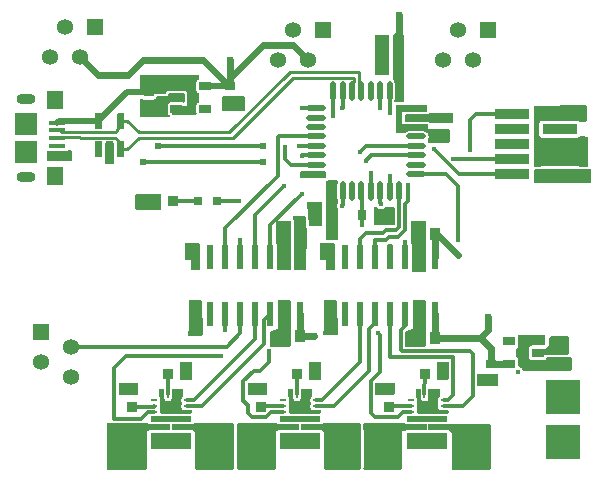
<source format=gtl>
G04 Layer: TopLayer*
G04 EasyEDA v6.5.22, 2022-12-05 22:01:04*
G04 d1a99e3ffb4d45b387634f4a3d5e2a22,8bbad783b4b447a482771b0ae512d992,10*
G04 Gerber Generator version 0.2*
G04 Scale: 100 percent, Rotated: No, Reflected: No *
G04 Dimensions in inches *
G04 leading zeros omitted , absolute positions ,3 integer and 6 decimal *
%FSLAX36Y36*%
%MOIN*%

%AMMACRO1*4,1,4,-0.0049,0.0118,0.0049,0.0118,0.0049,-0.0118,-0.0049,-0.0118,-0.0049,0.0118,0*%
%AMMACRO2*21,1,$1,$2,0,0,$3*%
%AMMACRO3*4,1,4,0.0266,0.0079,0.0266,-0.0079,-0.0266,-0.0079,-0.0266,0.0079,0.0266,0.0079,0*%
%ADD10C,0.0220*%
%ADD11C,0.0120*%
%ADD12C,0.0120*%
%ADD13C,0.0190*%
%ADD14C,0.0240*%
%ADD15C,0.0102*%
%ADD16R,0.1181X0.1181*%
%ADD17R,0.0315X0.0354*%
%ADD18R,0.0236X0.0098*%
%ADD19R,0.1378X0.0197*%
%ADD20R,0.0659X0.0197*%
%ADD21R,0.1378X0.0551*%
%ADD22MACRO1*%
%ADD23R,0.0354X0.0315*%
%ADD24R,0.0374X0.0413*%
%ADD25R,0.1181X0.0354*%
%ADD26R,0.0240X0.0810*%
%ADD27R,0.0315X0.0315*%
%ADD28O,0.017638X0.066299*%
%ADD29O,0.066299X0.017638*%
%ADD30MACRO2,0.034X0.0318X0.0000*%
%ADD31R,0.0340X0.0318*%
%ADD32MACRO2,0.034X0.0318X-90.0000*%
%ADD33MACRO2,0.034X0.0318X90.0000*%
%ADD34R,0.0394X0.0276*%
%ADD35MACRO3*%
%ADD36R,0.0551X0.0630*%
%ADD37R,0.0748X0.0748*%
%ADD38R,0.0535X0.0535*%
%ADD39C,0.0535*%
%ADD40O,0.06299199999999999X0.035433*%
%ADD41C,0.0177*%
%ADD42C,0.0240*%
%ADD43C,0.0109*%

%LPD*%
G36*
X1229940Y-251000D02*
G01*
X1228420Y-250700D01*
X1227140Y-249840D01*
X1226260Y-248580D01*
X1225940Y-247060D01*
X1224060Y-119060D01*
X1224340Y-117520D01*
X1225220Y-116199D01*
X1226520Y-115320D01*
X1228060Y-115000D01*
X1266000Y-115000D01*
X1267540Y-115300D01*
X1268820Y-116180D01*
X1269700Y-117460D01*
X1270000Y-119000D01*
X1270000Y-247000D01*
X1269700Y-248540D01*
X1268820Y-249820D01*
X1267540Y-250700D01*
X1266000Y-251000D01*
G37*

%LPD*%
G36*
X1292160Y-341000D02*
G01*
X1290580Y-340680D01*
X1289259Y-339739D01*
X1288400Y-338380D01*
X1288160Y-336780D01*
X1288580Y-335220D01*
X1289480Y-333420D01*
X1290320Y-330420D01*
X1290620Y-327140D01*
X1290620Y-278840D01*
X1290320Y-275560D01*
X1289480Y-272560D01*
X1288080Y-269780D01*
X1286800Y-268080D01*
X1286200Y-266940D01*
X1286000Y-265680D01*
X1286000Y-115000D01*
X1286300Y-113460D01*
X1287180Y-112180D01*
X1288460Y-111300D01*
X1290000Y-111000D01*
X1314340Y-111000D01*
X1315880Y-111300D01*
X1317180Y-112180D01*
X1318820Y-113820D01*
X1319700Y-115120D01*
X1320000Y-116660D01*
X1320000Y-337000D01*
X1319700Y-338540D01*
X1318820Y-339820D01*
X1317540Y-340700D01*
X1316000Y-341000D01*
G37*

%LPD*%
G36*
X719000Y-370000D02*
G01*
X717460Y-369700D01*
X716180Y-368820D01*
X715300Y-367540D01*
X715000Y-366000D01*
X715000Y-324000D01*
X715300Y-322460D01*
X716180Y-321180D01*
X717460Y-320300D01*
X719000Y-320000D01*
X787000Y-320000D01*
X788540Y-320300D01*
X789820Y-321180D01*
X790699Y-322460D01*
X791000Y-324000D01*
X791000Y-366000D01*
X790699Y-367540D01*
X789820Y-368820D01*
X788540Y-369700D01*
X787000Y-370000D01*
G37*

%LPD*%
G36*
X552080Y-382000D02*
G01*
X550540Y-381700D01*
X549240Y-380820D01*
X548380Y-379540D01*
X548080Y-378000D01*
X548080Y-357320D01*
X548380Y-355760D01*
X549280Y-354460D01*
X550600Y-353600D01*
X552160Y-353320D01*
X589700Y-354060D01*
X590880Y-354000D01*
X592860Y-353519D01*
X594560Y-352620D01*
X596020Y-351340D01*
X597120Y-349739D01*
X597800Y-347920D01*
X598080Y-345760D01*
X598080Y-310120D01*
X598020Y-309140D01*
X597520Y-307140D01*
X596620Y-305440D01*
X595340Y-303980D01*
X593740Y-302880D01*
X591920Y-302200D01*
X589760Y-301940D01*
X536240Y-301940D01*
X534080Y-302200D01*
X532260Y-302880D01*
X530660Y-303980D01*
X529380Y-305440D01*
X528480Y-307140D01*
X528060Y-308880D01*
X527260Y-310460D01*
X525880Y-311540D01*
X524159Y-311940D01*
X444000Y-311940D01*
X442460Y-311620D01*
X441180Y-310760D01*
X440300Y-309460D01*
X440000Y-307940D01*
X440000Y-254000D01*
X440300Y-252460D01*
X441180Y-251180D01*
X442460Y-250300D01*
X444000Y-250000D01*
X635000Y-250000D01*
X636540Y-250300D01*
X637820Y-251180D01*
X638700Y-252460D01*
X639000Y-254000D01*
X639000Y-262040D01*
X638660Y-263640D01*
X637700Y-264980D01*
X636280Y-265820D01*
X634040Y-266580D01*
X632540Y-267520D01*
X631260Y-268800D01*
X630300Y-270320D01*
X629720Y-272020D01*
X629480Y-274040D01*
X629480Y-301160D01*
X629720Y-303160D01*
X630300Y-304860D01*
X631260Y-306400D01*
X632540Y-307660D01*
X634040Y-308620D01*
X636280Y-309380D01*
X637700Y-310200D01*
X638660Y-311540D01*
X639000Y-313160D01*
X639000Y-336840D01*
X638660Y-338459D01*
X637700Y-339799D01*
X636280Y-340620D01*
X634040Y-341380D01*
X632540Y-342340D01*
X631260Y-343600D01*
X630300Y-345140D01*
X629720Y-346840D01*
X629480Y-348840D01*
X629480Y-375959D01*
X629660Y-377560D01*
X629500Y-379219D01*
X628680Y-380660D01*
X627320Y-381659D01*
X625680Y-382000D01*
G37*

%LPD*%
G36*
X444000Y-390000D02*
G01*
X442460Y-389700D01*
X441180Y-388820D01*
X440300Y-387540D01*
X440000Y-386000D01*
X440000Y-331880D01*
X440300Y-330340D01*
X441180Y-329040D01*
X442460Y-328180D01*
X444000Y-327879D01*
X445540Y-328180D01*
X447260Y-329480D01*
X448800Y-330439D01*
X450500Y-331040D01*
X452500Y-331260D01*
X487500Y-331260D01*
X489500Y-331040D01*
X491200Y-330439D01*
X492740Y-329480D01*
X494000Y-328200D01*
X494960Y-326680D01*
X495560Y-324980D01*
X495720Y-323560D01*
X496140Y-322160D01*
X497040Y-321019D01*
X498260Y-320260D01*
X499700Y-320000D01*
X535600Y-320000D01*
X536000Y-319600D01*
X536000Y-314000D01*
X536300Y-312460D01*
X537180Y-311180D01*
X538460Y-310300D01*
X540000Y-310000D01*
X586000Y-310000D01*
X587540Y-310300D01*
X588820Y-311180D01*
X589700Y-312460D01*
X590000Y-314000D01*
X590000Y-337160D01*
X589720Y-338660D01*
X588900Y-339920D01*
X587660Y-340800D01*
X586180Y-341160D01*
X584220Y-340780D01*
X582220Y-340560D01*
X543300Y-340560D01*
X541280Y-340780D01*
X539580Y-341380D01*
X538060Y-342340D01*
X536780Y-343600D01*
X535820Y-345140D01*
X535220Y-346840D01*
X535000Y-348840D01*
X535000Y-375959D01*
X535220Y-377980D01*
X535820Y-379680D01*
X536780Y-381200D01*
X538560Y-382920D01*
X539560Y-384180D01*
X540000Y-385760D01*
X539760Y-387360D01*
X538920Y-388740D01*
X537580Y-389680D01*
X536000Y-390000D01*
G37*

%LPD*%
G36*
X1411040Y-411000D02*
G01*
X1409500Y-410700D01*
X1408200Y-409820D01*
X1405440Y-407060D01*
X1403740Y-405880D01*
X1401920Y-405200D01*
X1399760Y-404940D01*
X1328000Y-404940D01*
X1326459Y-404620D01*
X1325180Y-403760D01*
X1324300Y-402460D01*
X1324000Y-400940D01*
X1324000Y-385080D01*
X1324300Y-383540D01*
X1325180Y-382239D01*
X1326459Y-381380D01*
X1328000Y-381079D01*
X1397880Y-381079D01*
X1398860Y-381019D01*
X1400860Y-380520D01*
X1402560Y-379620D01*
X1404019Y-378340D01*
X1405120Y-376719D01*
X1406020Y-375800D01*
X1407160Y-375200D01*
X1408420Y-375000D01*
X1480000Y-375000D01*
X1481540Y-375300D01*
X1482820Y-376180D01*
X1483700Y-377460D01*
X1484000Y-379000D01*
X1484000Y-405340D01*
X1483700Y-406880D01*
X1482820Y-408180D01*
X1481180Y-409820D01*
X1479880Y-410700D01*
X1478340Y-411000D01*
G37*

%LPD*%
G36*
X1404000Y-475000D02*
G01*
X1402460Y-474700D01*
X1401180Y-473820D01*
X1400300Y-472540D01*
X1400000Y-471000D01*
X1400000Y-465240D01*
X1400160Y-464140D01*
X1400600Y-463140D01*
X1401440Y-461780D01*
X1402560Y-458860D01*
X1403140Y-455800D01*
X1403140Y-452700D01*
X1402560Y-449640D01*
X1401440Y-446740D01*
X1400600Y-445379D01*
X1400160Y-444360D01*
X1400000Y-443260D01*
X1399940Y-441100D01*
X1399259Y-441240D01*
X1397560Y-441220D01*
X1396020Y-440520D01*
X1395220Y-439900D01*
X1392440Y-438519D01*
X1389440Y-437660D01*
X1386160Y-437360D01*
X1337860Y-437360D01*
X1334580Y-437660D01*
X1331579Y-438519D01*
X1328820Y-439900D01*
X1325880Y-442160D01*
X1324720Y-442780D01*
X1323440Y-443000D01*
X1298000Y-443000D01*
X1296459Y-442700D01*
X1295180Y-441820D01*
X1294300Y-440540D01*
X1294000Y-439000D01*
X1294000Y-353000D01*
X1294300Y-351460D01*
X1295180Y-350180D01*
X1296459Y-349300D01*
X1298000Y-349000D01*
X1394000Y-349000D01*
X1395540Y-349300D01*
X1396819Y-350180D01*
X1397700Y-351460D01*
X1398000Y-353000D01*
X1398000Y-369000D01*
X1397700Y-370540D01*
X1396819Y-371820D01*
X1395540Y-372700D01*
X1394000Y-373000D01*
X1316399Y-373000D01*
X1315720Y-373280D01*
X1314079Y-375040D01*
X1314000Y-375400D01*
X1314000Y-414600D01*
X1314280Y-414720D01*
X1314820Y-414180D01*
X1316120Y-413300D01*
X1317660Y-413000D01*
X1398000Y-413000D01*
X1399540Y-413300D01*
X1400820Y-414180D01*
X1401699Y-415460D01*
X1402000Y-417000D01*
X1402000Y-428600D01*
X1402400Y-429000D01*
X1470000Y-429000D01*
X1471540Y-429300D01*
X1472820Y-430180D01*
X1473700Y-431460D01*
X1474000Y-433000D01*
X1474000Y-471000D01*
X1473700Y-472540D01*
X1472820Y-473820D01*
X1471540Y-474700D01*
X1470000Y-475000D01*
G37*

%LPD*%
G36*
X134000Y-535000D02*
G01*
X132460Y-534700D01*
X131180Y-533820D01*
X130300Y-532540D01*
X130000Y-531000D01*
X130000Y-506760D01*
X130280Y-505260D01*
X131100Y-503980D01*
X132340Y-503100D01*
X133820Y-502760D01*
X135320Y-502980D01*
X136480Y-503380D01*
X138960Y-503660D01*
X191660Y-503660D01*
X194160Y-503380D01*
X196300Y-502620D01*
X199780Y-500300D01*
X201300Y-500000D01*
X211000Y-500000D01*
X212540Y-500300D01*
X213820Y-501180D01*
X214700Y-502460D01*
X215000Y-504000D01*
X215000Y-531000D01*
X214700Y-532540D01*
X213820Y-533820D01*
X212540Y-534700D01*
X211000Y-535000D01*
G37*

%LPD*%
G36*
X329000Y-545000D02*
G01*
X327460Y-544700D01*
X326180Y-543820D01*
X325300Y-542540D01*
X325000Y-541000D01*
X325000Y-478420D01*
X325300Y-476880D01*
X326180Y-475580D01*
X327460Y-474720D01*
X329000Y-474420D01*
X351000Y-474420D01*
X352540Y-474720D01*
X353820Y-475580D01*
X354700Y-476880D01*
X355000Y-478420D01*
X355000Y-541000D01*
X354700Y-542540D01*
X353820Y-543820D01*
X352540Y-544700D01*
X351000Y-545000D01*
G37*

%LPD*%
G36*
X1757800Y-555660D02*
G01*
X1756260Y-555340D01*
X1754980Y-554480D01*
X1754100Y-553180D01*
X1753800Y-551660D01*
X1753800Y-355620D01*
X1754100Y-354099D01*
X1754960Y-352800D01*
X1756240Y-351940D01*
X1757760Y-351620D01*
X1925960Y-350040D01*
X1927500Y-350340D01*
X1928820Y-351200D01*
X1929700Y-352500D01*
X1930000Y-354040D01*
X1930000Y-401019D01*
X1929700Y-402540D01*
X1928839Y-403840D01*
X1927540Y-404700D01*
X1926020Y-405020D01*
X1907900Y-405100D01*
X1906800Y-404940D01*
X1905760Y-404480D01*
X1903580Y-403120D01*
X1901440Y-402360D01*
X1898959Y-402080D01*
X1781279Y-402080D01*
X1778800Y-402360D01*
X1776660Y-403120D01*
X1774720Y-404320D01*
X1773120Y-405940D01*
X1771900Y-407860D01*
X1771140Y-410020D01*
X1770860Y-412500D01*
X1770860Y-447500D01*
X1771140Y-449980D01*
X1771900Y-452140D01*
X1773120Y-454060D01*
X1774720Y-455680D01*
X1776660Y-456880D01*
X1778800Y-457640D01*
X1781279Y-457920D01*
X1898959Y-457920D01*
X1901440Y-457640D01*
X1903580Y-456880D01*
X1905520Y-455680D01*
X1906360Y-454820D01*
X1907660Y-453960D01*
X1909199Y-453660D01*
X1917960Y-453660D01*
X1931320Y-454720D01*
X1932740Y-455100D01*
X1933940Y-455980D01*
X1934720Y-457239D01*
X1935000Y-458700D01*
X1935000Y-551160D01*
X1934720Y-552660D01*
X1933880Y-553940D01*
X1932640Y-554820D01*
X1931180Y-555160D01*
X1919720Y-555660D01*
X1908500Y-555660D01*
X1906960Y-555340D01*
X1905520Y-554320D01*
X1903580Y-553120D01*
X1901440Y-552360D01*
X1898959Y-552080D01*
X1781279Y-552080D01*
X1778800Y-552360D01*
X1776660Y-553120D01*
X1773280Y-555340D01*
X1771740Y-555660D01*
G37*

%LPD*%
G36*
X978000Y-594000D02*
G01*
X976460Y-593700D01*
X975180Y-592820D01*
X974300Y-591540D01*
X974000Y-590000D01*
X974000Y-574000D01*
X974300Y-572460D01*
X975180Y-571180D01*
X976460Y-570300D01*
X978000Y-570000D01*
X1056000Y-570000D01*
X1057540Y-570300D01*
X1058820Y-571180D01*
X1059700Y-572460D01*
X1060000Y-574000D01*
X1060000Y-590000D01*
X1059700Y-591540D01*
X1058820Y-592820D01*
X1057540Y-593700D01*
X1056000Y-594000D01*
G37*

%LPD*%
G36*
X1759000Y-610000D02*
G01*
X1757460Y-609700D01*
X1756180Y-608820D01*
X1755300Y-607540D01*
X1755000Y-606000D01*
X1755000Y-567720D01*
X1755300Y-566200D01*
X1756180Y-564900D01*
X1757460Y-564020D01*
X1759000Y-563720D01*
X1919720Y-563720D01*
X1935260Y-563060D01*
X1937860Y-562520D01*
X1939139Y-561840D01*
X1940720Y-561400D01*
X1942320Y-561600D01*
X1943720Y-562460D01*
X1944660Y-563780D01*
X1945000Y-565380D01*
X1945000Y-606000D01*
X1944700Y-607540D01*
X1943820Y-608820D01*
X1942540Y-609700D01*
X1941000Y-610000D01*
G37*

%LPD*%
G36*
X431659Y-699000D02*
G01*
X430120Y-698700D01*
X428820Y-697820D01*
X427180Y-696180D01*
X426300Y-694880D01*
X426000Y-693340D01*
X426000Y-649000D01*
X426300Y-647460D01*
X427180Y-646180D01*
X428459Y-645300D01*
X430000Y-645000D01*
X506000Y-645000D01*
X507540Y-645300D01*
X508820Y-646180D01*
X509700Y-647460D01*
X510000Y-649000D01*
X510000Y-695000D01*
X509700Y-696540D01*
X508820Y-697820D01*
X507540Y-698700D01*
X506000Y-699000D01*
G37*

%LPD*%
G36*
X1225660Y-750000D02*
G01*
X1224120Y-749700D01*
X1222820Y-748820D01*
X1221180Y-747180D01*
X1220300Y-745879D01*
X1220000Y-744340D01*
X1220000Y-694000D01*
X1220300Y-692460D01*
X1221180Y-691180D01*
X1222460Y-690300D01*
X1224000Y-690000D01*
X1229560Y-690000D01*
X1231140Y-690320D01*
X1232460Y-691240D01*
X1233920Y-692780D01*
X1236540Y-694640D01*
X1239460Y-695980D01*
X1242600Y-696740D01*
X1245800Y-696900D01*
X1248980Y-696440D01*
X1252020Y-695380D01*
X1254800Y-693780D01*
X1258220Y-690699D01*
X1259300Y-690180D01*
X1260500Y-690000D01*
X1287120Y-690000D01*
X1288660Y-690300D01*
X1289960Y-691180D01*
X1290820Y-692460D01*
X1291120Y-694000D01*
X1291120Y-746000D01*
X1290820Y-747540D01*
X1289960Y-748820D01*
X1288660Y-749700D01*
X1287120Y-750000D01*
G37*

%LPD*%
G36*
X1007120Y-754320D02*
G01*
X1005660Y-754040D01*
X1004400Y-753240D01*
X1003520Y-752060D01*
X1003139Y-750620D01*
X997720Y-676620D01*
X997940Y-675000D01*
X998780Y-673600D01*
X1000120Y-672660D01*
X1001720Y-672320D01*
X1043400Y-672320D01*
X1044940Y-672620D01*
X1046240Y-673500D01*
X1047099Y-674780D01*
X1047400Y-676320D01*
X1047400Y-750320D01*
X1047099Y-751860D01*
X1046240Y-753139D01*
X1044940Y-754020D01*
X1043400Y-754320D01*
G37*

%LPD*%
G36*
X1066660Y-800000D02*
G01*
X1065120Y-799700D01*
X1063820Y-798820D01*
X1061180Y-796180D01*
X1060300Y-794880D01*
X1060000Y-793340D01*
X1060000Y-607360D01*
X1060360Y-605700D01*
X1061360Y-604360D01*
X1064560Y-602620D01*
X1066380Y-601000D01*
X1067620Y-600260D01*
X1069040Y-600000D01*
X1096000Y-600000D01*
X1097540Y-600300D01*
X1098820Y-601180D01*
X1099700Y-602460D01*
X1100000Y-604000D01*
X1100000Y-607880D01*
X1099680Y-609580D01*
X1099380Y-612860D01*
X1099380Y-661160D01*
X1099680Y-664440D01*
X1100000Y-666140D01*
X1100000Y-676400D01*
X1099720Y-677900D01*
X1098780Y-680240D01*
X1098160Y-683400D01*
X1098160Y-686600D01*
X1098780Y-689760D01*
X1099720Y-692099D01*
X1100000Y-693600D01*
X1100000Y-796000D01*
X1099700Y-797540D01*
X1098820Y-798820D01*
X1097540Y-799700D01*
X1096000Y-800000D01*
G37*

%LPD*%
G36*
X1064000Y-900000D02*
G01*
X1062460Y-899700D01*
X1061180Y-898820D01*
X1060300Y-897540D01*
X1060000Y-896000D01*
X1060000Y-865400D01*
X1059600Y-865000D01*
X1044000Y-865000D01*
X1042460Y-864700D01*
X1041180Y-863820D01*
X1040300Y-862540D01*
X1040000Y-861000D01*
X1040000Y-814000D01*
X1040300Y-812460D01*
X1041180Y-811180D01*
X1042460Y-810300D01*
X1044000Y-810000D01*
X1086000Y-810000D01*
X1087540Y-810300D01*
X1088820Y-811180D01*
X1089700Y-812460D01*
X1090000Y-814000D01*
X1090000Y-896000D01*
X1089700Y-897540D01*
X1088820Y-898820D01*
X1087540Y-899700D01*
X1086000Y-900000D01*
G37*

%LPD*%
G36*
X901200Y-900000D02*
G01*
X899659Y-899700D01*
X898379Y-898820D01*
X897500Y-897540D01*
X897200Y-896000D01*
X897200Y-815220D01*
X896919Y-812740D01*
X896160Y-810580D01*
X895160Y-808680D01*
X895000Y-807580D01*
X895000Y-739000D01*
X895300Y-737460D01*
X896180Y-736180D01*
X897460Y-735300D01*
X899000Y-735000D01*
X941000Y-735000D01*
X942540Y-735300D01*
X943820Y-736180D01*
X944700Y-737480D01*
X945000Y-739000D01*
X945000Y-756180D01*
X944640Y-759560D01*
X944640Y-800440D01*
X945000Y-803840D01*
X945000Y-896000D01*
X944700Y-897540D01*
X943820Y-898820D01*
X942540Y-899700D01*
X941000Y-900000D01*
G37*

%LPD*%
G36*
X614000Y-900000D02*
G01*
X612460Y-899700D01*
X611180Y-898820D01*
X610300Y-897540D01*
X610000Y-896000D01*
X610000Y-865400D01*
X609600Y-865000D01*
X594000Y-865000D01*
X592460Y-864700D01*
X591180Y-863820D01*
X590300Y-862540D01*
X590000Y-861000D01*
X590000Y-814000D01*
X590300Y-812460D01*
X591180Y-811180D01*
X592460Y-810300D01*
X594000Y-810000D01*
X636000Y-810000D01*
X637540Y-810300D01*
X638820Y-811180D01*
X639700Y-812460D01*
X640000Y-814000D01*
X640000Y-896000D01*
X639700Y-897540D01*
X638820Y-898820D01*
X637540Y-899700D01*
X636000Y-900000D01*
G37*

%LPD*%
G36*
X957080Y-900000D02*
G01*
X955540Y-899700D01*
X954240Y-898820D01*
X953379Y-897540D01*
X953080Y-896000D01*
X953080Y-735120D01*
X953020Y-734140D01*
X952520Y-732140D01*
X951620Y-730440D01*
X951000Y-729740D01*
X950260Y-728500D01*
X950000Y-727080D01*
X950000Y-724000D01*
X950300Y-722460D01*
X951180Y-721180D01*
X952460Y-720300D01*
X954000Y-720000D01*
X989080Y-720000D01*
X990560Y-720280D01*
X991820Y-721080D01*
X992700Y-722260D01*
X993080Y-723700D01*
X995380Y-755100D01*
X995900Y-757180D01*
X996800Y-758880D01*
X997800Y-760040D01*
X998580Y-761320D01*
X998820Y-762800D01*
X995100Y-896120D01*
X994780Y-897600D01*
X993900Y-898860D01*
X992620Y-899700D01*
X991100Y-900000D01*
G37*

%LPD*%
G36*
X1350200Y-905000D02*
G01*
X1348720Y-904720D01*
X1347440Y-903900D01*
X1346560Y-902660D01*
X1346200Y-901180D01*
X1346420Y-899680D01*
X1346920Y-898259D01*
X1347200Y-895780D01*
X1347200Y-815220D01*
X1346920Y-812740D01*
X1346160Y-810580D01*
X1345160Y-808680D01*
X1345000Y-807580D01*
X1345000Y-739000D01*
X1345300Y-737460D01*
X1346180Y-736180D01*
X1347460Y-735300D01*
X1349000Y-735000D01*
X1391000Y-735000D01*
X1392540Y-735300D01*
X1393820Y-736180D01*
X1394700Y-737480D01*
X1395000Y-739000D01*
X1395000Y-756180D01*
X1394640Y-759560D01*
X1394640Y-800440D01*
X1395000Y-803840D01*
X1395000Y-901000D01*
X1394700Y-902540D01*
X1393820Y-903820D01*
X1392540Y-904700D01*
X1391000Y-905000D01*
G37*

%LPD*%
G36*
X1054000Y-1117760D02*
G01*
X1052460Y-1117460D01*
X1051180Y-1116600D01*
X1050300Y-1115300D01*
X1050000Y-1113760D01*
X1050060Y-1112440D01*
X1053000Y-1094840D01*
X1053000Y-1004000D01*
X1053300Y-1002480D01*
X1054180Y-1001180D01*
X1055460Y-1000320D01*
X1057000Y-1000000D01*
X1094060Y-1000000D01*
X1095580Y-1000300D01*
X1096880Y-1001160D01*
X1097740Y-1002440D01*
X1098060Y-1003940D01*
X1099940Y-1113700D01*
X1099640Y-1115240D01*
X1098780Y-1116560D01*
X1097480Y-1117460D01*
X1095940Y-1117760D01*
G37*

%LPD*%
G36*
X604000Y-1118260D02*
G01*
X602460Y-1117960D01*
X601180Y-1117100D01*
X600300Y-1115800D01*
X600000Y-1114260D01*
X600060Y-1112940D01*
X603000Y-1095340D01*
X603000Y-1004500D01*
X603300Y-1002980D01*
X604180Y-1001680D01*
X605460Y-1000819D01*
X607000Y-1000500D01*
X644060Y-1000500D01*
X645580Y-1000800D01*
X646880Y-1001660D01*
X647740Y-1002940D01*
X648060Y-1004440D01*
X649940Y-1114200D01*
X649640Y-1115740D01*
X648780Y-1117060D01*
X647480Y-1117960D01*
X645939Y-1118260D01*
G37*

%LPD*%
G36*
X1329000Y-1155000D02*
G01*
X1327460Y-1154700D01*
X1326180Y-1153820D01*
X1325300Y-1152540D01*
X1325000Y-1151000D01*
X1325000Y-1107700D01*
X1325320Y-1106160D01*
X1326200Y-1104860D01*
X1327520Y-1104000D01*
X1349660Y-1095140D01*
X1350000Y-1094600D01*
X1350000Y-1004000D01*
X1350300Y-1002460D01*
X1351180Y-1001180D01*
X1352460Y-1000300D01*
X1354000Y-1000000D01*
X1391000Y-1000000D01*
X1392540Y-1000300D01*
X1393820Y-1001180D01*
X1394700Y-1002460D01*
X1395000Y-1004000D01*
X1395000Y-1148340D01*
X1394700Y-1149880D01*
X1393820Y-1151180D01*
X1391180Y-1153820D01*
X1389880Y-1154700D01*
X1388340Y-1155000D01*
G37*

%LPD*%
G36*
X879000Y-1155000D02*
G01*
X877460Y-1154700D01*
X876180Y-1153820D01*
X875300Y-1152540D01*
X875000Y-1151000D01*
X875000Y-1107700D01*
X875320Y-1106160D01*
X876200Y-1104860D01*
X877520Y-1104000D01*
X899659Y-1095140D01*
X900000Y-1094600D01*
X900000Y-1004000D01*
X900300Y-1002460D01*
X901180Y-1001180D01*
X902460Y-1000300D01*
X904000Y-1000000D01*
X941000Y-1000000D01*
X942540Y-1000300D01*
X943820Y-1001180D01*
X944700Y-1002460D01*
X945000Y-1004000D01*
X945000Y-1148340D01*
X944700Y-1149880D01*
X943820Y-1151180D01*
X941180Y-1153820D01*
X939880Y-1154700D01*
X938340Y-1155000D01*
G37*

%LPD*%
G36*
X1752080Y-1181940D02*
G01*
X1750540Y-1181620D01*
X1749240Y-1180760D01*
X1748380Y-1179460D01*
X1748080Y-1177940D01*
X1748080Y-1167080D01*
X1748380Y-1165540D01*
X1749240Y-1164240D01*
X1750540Y-1163380D01*
X1752080Y-1163080D01*
X1789880Y-1163080D01*
X1790860Y-1163020D01*
X1792860Y-1162520D01*
X1794560Y-1161620D01*
X1796020Y-1160340D01*
X1797120Y-1158740D01*
X1797840Y-1156820D01*
X1798700Y-1155460D01*
X1800020Y-1154560D01*
X1801579Y-1154240D01*
X1805100Y-1154240D01*
X1805500Y-1153840D01*
X1805500Y-1134860D01*
X1805680Y-1133660D01*
X1809120Y-1122800D01*
X1809940Y-1121340D01*
X1811300Y-1120340D01*
X1812920Y-1120000D01*
X1866040Y-1120000D01*
X1867560Y-1120300D01*
X1868839Y-1121160D01*
X1869720Y-1122440D01*
X1870040Y-1123960D01*
X1870440Y-1177900D01*
X1870140Y-1179440D01*
X1869280Y-1180740D01*
X1867980Y-1181620D01*
X1866440Y-1181940D01*
G37*

%LPD*%
G36*
X1721160Y-1235000D02*
G01*
X1719720Y-1234720D01*
X1718480Y-1233960D01*
X1717580Y-1232780D01*
X1716180Y-1229980D01*
X1714079Y-1227180D01*
X1711480Y-1224800D01*
X1708480Y-1222960D01*
X1705200Y-1221680D01*
X1703860Y-1220820D01*
X1702960Y-1219520D01*
X1702640Y-1217960D01*
X1702640Y-1198840D01*
X1702360Y-1196360D01*
X1701620Y-1194200D01*
X1700400Y-1192280D01*
X1698779Y-1190660D01*
X1696879Y-1189460D01*
X1695880Y-1188560D01*
X1695220Y-1187400D01*
X1695000Y-1186080D01*
X1695000Y-1163920D01*
X1695220Y-1162600D01*
X1695880Y-1161440D01*
X1696879Y-1160540D01*
X1698779Y-1159340D01*
X1700400Y-1157720D01*
X1701620Y-1155800D01*
X1702360Y-1153640D01*
X1702640Y-1151160D01*
X1702640Y-1124040D01*
X1702360Y-1121560D01*
X1701940Y-1120320D01*
X1701720Y-1118820D01*
X1702060Y-1117340D01*
X1702940Y-1116100D01*
X1704220Y-1115280D01*
X1705700Y-1115000D01*
X1786000Y-1115000D01*
X1787540Y-1115300D01*
X1788820Y-1116180D01*
X1789700Y-1117460D01*
X1790000Y-1119000D01*
X1790000Y-1147020D01*
X1789700Y-1148560D01*
X1788820Y-1149840D01*
X1787540Y-1150720D01*
X1786000Y-1151020D01*
X1747780Y-1151020D01*
X1745300Y-1151300D01*
X1743140Y-1152060D01*
X1741220Y-1153260D01*
X1739600Y-1154880D01*
X1738400Y-1156800D01*
X1737640Y-1158960D01*
X1737360Y-1161440D01*
X1737360Y-1188560D01*
X1737640Y-1191040D01*
X1738400Y-1193200D01*
X1739600Y-1195120D01*
X1741220Y-1196740D01*
X1743140Y-1197940D01*
X1745300Y-1198700D01*
X1747780Y-1198980D01*
X1786699Y-1198980D01*
X1789199Y-1198700D01*
X1791339Y-1197940D01*
X1793280Y-1196740D01*
X1794880Y-1195120D01*
X1796100Y-1193200D01*
X1797120Y-1191280D01*
X1798460Y-1190340D01*
X1800060Y-1190000D01*
X1876000Y-1190000D01*
X1877540Y-1190300D01*
X1878820Y-1191180D01*
X1879700Y-1192460D01*
X1880000Y-1194000D01*
X1880000Y-1231000D01*
X1879700Y-1232540D01*
X1878820Y-1233820D01*
X1877540Y-1234700D01*
X1876000Y-1235000D01*
G37*

%LPD*%
G36*
X579000Y-1265000D02*
G01*
X577460Y-1264700D01*
X576180Y-1263820D01*
X575300Y-1262540D01*
X575000Y-1261000D01*
X575000Y-1209000D01*
X575300Y-1207460D01*
X576180Y-1206180D01*
X577460Y-1205300D01*
X579000Y-1205000D01*
X611000Y-1205000D01*
X612540Y-1205300D01*
X613820Y-1206180D01*
X614700Y-1207460D01*
X615000Y-1209000D01*
X615000Y-1261000D01*
X614700Y-1262540D01*
X613820Y-1263820D01*
X612540Y-1264700D01*
X611000Y-1265000D01*
G37*

%LPD*%
G36*
X1009000Y-1265000D02*
G01*
X1007460Y-1264700D01*
X1006180Y-1263820D01*
X1005300Y-1262540D01*
X1005000Y-1261000D01*
X1005000Y-1209000D01*
X1005300Y-1207460D01*
X1006180Y-1206180D01*
X1007460Y-1205300D01*
X1009000Y-1205000D01*
X1041000Y-1205000D01*
X1042540Y-1205300D01*
X1043820Y-1206180D01*
X1044700Y-1207460D01*
X1045000Y-1209000D01*
X1045000Y-1261000D01*
X1044700Y-1262540D01*
X1043820Y-1263820D01*
X1042540Y-1264700D01*
X1041000Y-1265000D01*
G37*

%LPD*%
G36*
X1434000Y-1265000D02*
G01*
X1432460Y-1264700D01*
X1431180Y-1263820D01*
X1430300Y-1262540D01*
X1430000Y-1261000D01*
X1430000Y-1209000D01*
X1430300Y-1207460D01*
X1431180Y-1206180D01*
X1432460Y-1205300D01*
X1434000Y-1205000D01*
X1466000Y-1205000D01*
X1467540Y-1205300D01*
X1468820Y-1206180D01*
X1469700Y-1207460D01*
X1470000Y-1209000D01*
X1470000Y-1261000D01*
X1469700Y-1262540D01*
X1468820Y-1263820D01*
X1467540Y-1264700D01*
X1466000Y-1265000D01*
G37*

%LPD*%
G36*
X1569000Y-1285000D02*
G01*
X1567460Y-1284700D01*
X1566180Y-1283820D01*
X1565300Y-1282540D01*
X1565000Y-1281000D01*
X1565000Y-1249000D01*
X1565300Y-1247460D01*
X1566180Y-1246180D01*
X1567460Y-1245300D01*
X1569000Y-1245000D01*
X1631000Y-1245000D01*
X1632540Y-1245300D01*
X1633820Y-1246180D01*
X1634700Y-1247460D01*
X1635000Y-1249000D01*
X1635000Y-1281000D01*
X1634700Y-1282540D01*
X1633820Y-1283820D01*
X1632540Y-1284700D01*
X1631000Y-1285000D01*
G37*

%LPD*%
G36*
X374000Y-1315000D02*
G01*
X372460Y-1314700D01*
X371180Y-1313820D01*
X370300Y-1312540D01*
X370000Y-1311000D01*
X370000Y-1279000D01*
X370300Y-1277460D01*
X371180Y-1276180D01*
X372460Y-1275300D01*
X374000Y-1275000D01*
X431000Y-1275000D01*
X432540Y-1275300D01*
X433820Y-1276180D01*
X434700Y-1277460D01*
X435000Y-1279000D01*
X435000Y-1311000D01*
X434700Y-1312540D01*
X433820Y-1313820D01*
X432540Y-1314700D01*
X431000Y-1315000D01*
G37*

%LPD*%
G36*
X804000Y-1315000D02*
G01*
X802460Y-1314700D01*
X801180Y-1313820D01*
X800300Y-1312540D01*
X800000Y-1311000D01*
X800000Y-1279000D01*
X800300Y-1277460D01*
X801180Y-1276180D01*
X802460Y-1275300D01*
X804000Y-1275000D01*
X861000Y-1275000D01*
X862540Y-1275300D01*
X863820Y-1276180D01*
X864700Y-1277460D01*
X865000Y-1279000D01*
X865000Y-1311000D01*
X864700Y-1312540D01*
X863820Y-1313820D01*
X862540Y-1314700D01*
X861000Y-1315000D01*
G37*

%LPD*%
G36*
X1229000Y-1315000D02*
G01*
X1227460Y-1314700D01*
X1226180Y-1313820D01*
X1225300Y-1312540D01*
X1225000Y-1311000D01*
X1225000Y-1279000D01*
X1225300Y-1277460D01*
X1226180Y-1276180D01*
X1227460Y-1275300D01*
X1229000Y-1275000D01*
X1286000Y-1275000D01*
X1287540Y-1275300D01*
X1288820Y-1276180D01*
X1289700Y-1277460D01*
X1290000Y-1279000D01*
X1290000Y-1311000D01*
X1289700Y-1312540D01*
X1288820Y-1313820D01*
X1287540Y-1314700D01*
X1286000Y-1315000D01*
G37*

%LPD*%
G36*
X512960Y-1377800D02*
G01*
X511440Y-1377500D01*
X510140Y-1376639D01*
X509260Y-1375340D01*
X508960Y-1373800D01*
X508960Y-1368380D01*
X508740Y-1366360D01*
X508100Y-1364560D01*
X507879Y-1363240D01*
X508100Y-1361920D01*
X508740Y-1360100D01*
X508960Y-1358080D01*
X508960Y-1348700D01*
X508740Y-1346680D01*
X508100Y-1344880D01*
X507879Y-1343540D01*
X508100Y-1342220D01*
X508740Y-1340420D01*
X508960Y-1338400D01*
X508960Y-1329000D01*
X508740Y-1327000D01*
X508140Y-1325300D01*
X507180Y-1323760D01*
X506180Y-1322760D01*
X505300Y-1321459D01*
X505000Y-1319920D01*
X505000Y-1299000D01*
X505300Y-1297460D01*
X506180Y-1296180D01*
X507460Y-1295300D01*
X509000Y-1295000D01*
X517620Y-1295000D01*
X519260Y-1295340D01*
X520600Y-1296339D01*
X521440Y-1297780D01*
X521599Y-1299440D01*
X521380Y-1301440D01*
X521380Y-1324620D01*
X521599Y-1326639D01*
X522200Y-1328340D01*
X523160Y-1329860D01*
X523820Y-1330540D01*
X524700Y-1331840D01*
X525000Y-1333380D01*
X525060Y-1334940D01*
X525400Y-1335000D01*
X544600Y-1335000D01*
X545000Y-1334600D01*
X545000Y-1331940D01*
X545160Y-1330820D01*
X545620Y-1329800D01*
X546540Y-1328340D01*
X547120Y-1326639D01*
X547360Y-1324620D01*
X547360Y-1301440D01*
X547120Y-1299440D01*
X547300Y-1297780D01*
X548120Y-1296339D01*
X549460Y-1295340D01*
X551100Y-1295000D01*
X581000Y-1295000D01*
X582540Y-1295300D01*
X583820Y-1296180D01*
X584700Y-1297460D01*
X585000Y-1299000D01*
X585000Y-1318720D01*
X584780Y-1320040D01*
X584120Y-1321200D01*
X582500Y-1322500D01*
X581220Y-1323760D01*
X580260Y-1325300D01*
X579660Y-1327000D01*
X579440Y-1329000D01*
X579440Y-1338400D01*
X579660Y-1340420D01*
X580300Y-1342220D01*
X580520Y-1343540D01*
X580300Y-1344880D01*
X579660Y-1346680D01*
X579440Y-1348700D01*
X579440Y-1358080D01*
X579660Y-1360100D01*
X580260Y-1361800D01*
X581220Y-1363320D01*
X582500Y-1364600D01*
X584020Y-1365560D01*
X585720Y-1366160D01*
X587740Y-1366380D01*
X611000Y-1366380D01*
X612540Y-1366680D01*
X613820Y-1367560D01*
X614700Y-1368860D01*
X615000Y-1370380D01*
X615000Y-1373800D01*
X614700Y-1375340D01*
X613820Y-1376639D01*
X612540Y-1377500D01*
X611000Y-1377800D01*
G37*

%LPD*%
G36*
X942960Y-1377800D02*
G01*
X941420Y-1377500D01*
X940140Y-1376620D01*
X939260Y-1375320D01*
X938960Y-1373800D01*
X938960Y-1368380D01*
X938740Y-1366360D01*
X938100Y-1364540D01*
X937880Y-1363220D01*
X938100Y-1361900D01*
X938740Y-1360100D01*
X938960Y-1358080D01*
X938960Y-1348700D01*
X938740Y-1346680D01*
X938100Y-1344860D01*
X937880Y-1343540D01*
X938100Y-1342220D01*
X938740Y-1340400D01*
X938960Y-1338400D01*
X938960Y-1329000D01*
X938740Y-1326980D01*
X938139Y-1325280D01*
X937180Y-1323760D01*
X936180Y-1322760D01*
X935300Y-1321459D01*
X935000Y-1319920D01*
X935000Y-1299000D01*
X935300Y-1297460D01*
X936180Y-1296180D01*
X937460Y-1295300D01*
X939000Y-1295000D01*
X947620Y-1295000D01*
X949260Y-1295340D01*
X950600Y-1296339D01*
X951440Y-1297780D01*
X951600Y-1299440D01*
X951360Y-1301440D01*
X951360Y-1324620D01*
X951600Y-1326639D01*
X952200Y-1328340D01*
X953160Y-1329860D01*
X953820Y-1330540D01*
X954700Y-1331840D01*
X955000Y-1333380D01*
X955060Y-1334940D01*
X955400Y-1335000D01*
X974599Y-1335000D01*
X975000Y-1334600D01*
X975000Y-1331920D01*
X975160Y-1330820D01*
X975620Y-1329800D01*
X976520Y-1328340D01*
X977120Y-1326639D01*
X977340Y-1324620D01*
X977340Y-1301440D01*
X977120Y-1299440D01*
X977280Y-1297780D01*
X978120Y-1296339D01*
X979460Y-1295340D01*
X981100Y-1295000D01*
X1011000Y-1295000D01*
X1012540Y-1295300D01*
X1013820Y-1296180D01*
X1014700Y-1297460D01*
X1015000Y-1299000D01*
X1015000Y-1318700D01*
X1014780Y-1320020D01*
X1014120Y-1321200D01*
X1012500Y-1322480D01*
X1011220Y-1323760D01*
X1010260Y-1325280D01*
X1009659Y-1326980D01*
X1009440Y-1329000D01*
X1009440Y-1338400D01*
X1009659Y-1340400D01*
X1010300Y-1342220D01*
X1010520Y-1343540D01*
X1010300Y-1344860D01*
X1009659Y-1346680D01*
X1009440Y-1348700D01*
X1009440Y-1358080D01*
X1009659Y-1360100D01*
X1010260Y-1361800D01*
X1011220Y-1363320D01*
X1012500Y-1364600D01*
X1014020Y-1365560D01*
X1015720Y-1366160D01*
X1017740Y-1366380D01*
X1041000Y-1366380D01*
X1042540Y-1366680D01*
X1043820Y-1367540D01*
X1044700Y-1368839D01*
X1045000Y-1370380D01*
X1045000Y-1373800D01*
X1044700Y-1375320D01*
X1043820Y-1376620D01*
X1042540Y-1377500D01*
X1041000Y-1377800D01*
G37*

%LPD*%
G36*
X1367960Y-1377800D02*
G01*
X1366420Y-1377500D01*
X1365140Y-1376639D01*
X1364259Y-1375340D01*
X1363959Y-1373800D01*
X1363959Y-1368380D01*
X1363740Y-1366360D01*
X1363100Y-1364560D01*
X1362880Y-1363240D01*
X1363100Y-1361920D01*
X1363740Y-1360100D01*
X1363959Y-1358080D01*
X1363959Y-1348700D01*
X1363740Y-1346680D01*
X1363100Y-1344880D01*
X1362880Y-1343540D01*
X1363100Y-1342220D01*
X1363740Y-1340420D01*
X1363959Y-1338400D01*
X1363959Y-1329000D01*
X1363740Y-1327000D01*
X1363140Y-1325300D01*
X1362180Y-1323760D01*
X1361180Y-1322760D01*
X1360300Y-1321459D01*
X1360000Y-1319940D01*
X1360000Y-1299000D01*
X1360300Y-1297460D01*
X1361180Y-1296180D01*
X1362460Y-1295300D01*
X1364000Y-1295000D01*
X1372620Y-1295000D01*
X1374259Y-1295340D01*
X1375600Y-1296339D01*
X1376440Y-1297780D01*
X1376600Y-1299440D01*
X1376360Y-1301440D01*
X1376360Y-1324620D01*
X1376600Y-1326639D01*
X1377200Y-1328340D01*
X1378140Y-1329860D01*
X1378820Y-1330540D01*
X1379700Y-1331840D01*
X1380000Y-1333380D01*
X1380060Y-1334940D01*
X1380400Y-1335000D01*
X1399600Y-1335000D01*
X1400000Y-1334600D01*
X1400000Y-1331920D01*
X1400160Y-1330820D01*
X1400620Y-1329800D01*
X1401519Y-1328340D01*
X1402120Y-1326639D01*
X1402340Y-1324620D01*
X1402340Y-1301440D01*
X1402120Y-1299440D01*
X1402280Y-1297780D01*
X1403120Y-1296339D01*
X1404460Y-1295340D01*
X1406100Y-1295000D01*
X1436000Y-1295000D01*
X1437540Y-1295300D01*
X1438820Y-1296180D01*
X1439700Y-1297460D01*
X1440000Y-1299000D01*
X1440000Y-1318700D01*
X1439780Y-1320020D01*
X1439120Y-1321200D01*
X1437500Y-1322500D01*
X1436220Y-1323760D01*
X1435260Y-1325300D01*
X1434660Y-1327000D01*
X1434440Y-1329000D01*
X1434440Y-1338400D01*
X1434660Y-1340420D01*
X1435300Y-1342220D01*
X1435520Y-1343540D01*
X1435300Y-1344880D01*
X1434660Y-1346680D01*
X1434440Y-1348700D01*
X1434440Y-1358080D01*
X1434660Y-1360100D01*
X1435260Y-1361800D01*
X1436220Y-1363320D01*
X1437500Y-1364600D01*
X1439019Y-1365560D01*
X1440720Y-1366160D01*
X1442740Y-1366380D01*
X1466000Y-1366380D01*
X1467540Y-1366680D01*
X1468820Y-1367560D01*
X1469700Y-1368860D01*
X1470000Y-1370380D01*
X1470000Y-1373800D01*
X1469700Y-1375340D01*
X1468820Y-1376639D01*
X1467540Y-1377500D01*
X1466000Y-1377800D01*
G37*

%LPD*%
G36*
X1484000Y-1564600D02*
G01*
X1482460Y-1564300D01*
X1481180Y-1563420D01*
X1480300Y-1562140D01*
X1480000Y-1560600D01*
X1480000Y-1442900D01*
X1479720Y-1442220D01*
X1476180Y-1438680D01*
X1475600Y-1437960D01*
X1474379Y-1435960D01*
X1473120Y-1434700D01*
X1471579Y-1433740D01*
X1469880Y-1433160D01*
X1467880Y-1432920D01*
X1408300Y-1432920D01*
X1406780Y-1432620D01*
X1405480Y-1431759D01*
X1404620Y-1430460D01*
X1404300Y-1428920D01*
X1404300Y-1417620D01*
X1404620Y-1416100D01*
X1405480Y-1414800D01*
X1406780Y-1413920D01*
X1408300Y-1413620D01*
X1467880Y-1413620D01*
X1469880Y-1413400D01*
X1471819Y-1412720D01*
X1473140Y-1412500D01*
X1606000Y-1412500D01*
X1607540Y-1412800D01*
X1608820Y-1413680D01*
X1609700Y-1414960D01*
X1610000Y-1416500D01*
X1610000Y-1560600D01*
X1609700Y-1562140D01*
X1608820Y-1563420D01*
X1607540Y-1564300D01*
X1606000Y-1564600D01*
G37*

%LPD*%
G36*
X1189100Y-1564600D02*
G01*
X1187460Y-1564240D01*
X1186100Y-1563240D01*
X1185280Y-1561759D01*
X1185140Y-1560060D01*
X1185720Y-1558480D01*
X1186300Y-1557540D01*
X1186900Y-1555840D01*
X1187120Y-1553839D01*
X1187120Y-1436160D01*
X1186900Y-1434160D01*
X1186300Y-1432460D01*
X1185620Y-1431360D01*
X1185160Y-1430340D01*
X1185000Y-1429220D01*
X1185000Y-1414000D01*
X1185300Y-1412460D01*
X1186180Y-1411180D01*
X1187460Y-1410300D01*
X1189000Y-1410000D01*
X1321780Y-1410000D01*
X1323320Y-1410300D01*
X1324620Y-1411180D01*
X1325280Y-1411840D01*
X1326800Y-1412800D01*
X1328500Y-1413400D01*
X1330520Y-1413620D01*
X1387920Y-1413620D01*
X1389460Y-1413920D01*
X1390760Y-1414800D01*
X1391620Y-1416100D01*
X1391940Y-1417620D01*
X1391940Y-1428920D01*
X1391620Y-1430460D01*
X1390760Y-1431759D01*
X1389460Y-1432620D01*
X1387920Y-1432920D01*
X1330520Y-1432920D01*
X1328500Y-1433160D01*
X1326800Y-1433740D01*
X1324760Y-1434840D01*
X1323660Y-1435000D01*
X1315400Y-1435000D01*
X1315000Y-1435400D01*
X1315000Y-1560600D01*
X1314700Y-1562140D01*
X1313820Y-1563420D01*
X1312540Y-1564300D01*
X1311000Y-1564600D01*
G37*

%LPD*%
G36*
X1059000Y-1564600D02*
G01*
X1057460Y-1564300D01*
X1056180Y-1563420D01*
X1055300Y-1562140D01*
X1055000Y-1560600D01*
X1055000Y-1440400D01*
X1054720Y-1439720D01*
X1050280Y-1435280D01*
X1047620Y-1434379D01*
X1046580Y-1433740D01*
X1044880Y-1433140D01*
X1042880Y-1432920D01*
X983300Y-1432920D01*
X981780Y-1432620D01*
X980480Y-1431740D01*
X979620Y-1430440D01*
X979300Y-1428920D01*
X979300Y-1417620D01*
X979620Y-1416080D01*
X980480Y-1414780D01*
X981780Y-1413920D01*
X983300Y-1413620D01*
X1042880Y-1413620D01*
X1044880Y-1413400D01*
X1046580Y-1412800D01*
X1048120Y-1411840D01*
X1048780Y-1411180D01*
X1050080Y-1410300D01*
X1051600Y-1410000D01*
X1172920Y-1410000D01*
X1174460Y-1410300D01*
X1175760Y-1411180D01*
X1176620Y-1412460D01*
X1176940Y-1414000D01*
X1176940Y-1560600D01*
X1176620Y-1562140D01*
X1175760Y-1563420D01*
X1174460Y-1564300D01*
X1172920Y-1564600D01*
G37*

%LPD*%
G36*
X769000Y-1564600D02*
G01*
X767460Y-1564300D01*
X766180Y-1563420D01*
X765300Y-1562140D01*
X765000Y-1560600D01*
X765000Y-1414000D01*
X765300Y-1412460D01*
X766180Y-1411180D01*
X767460Y-1410300D01*
X769000Y-1410000D01*
X896780Y-1410000D01*
X898319Y-1410300D01*
X899620Y-1411180D01*
X900280Y-1411840D01*
X901800Y-1412800D01*
X903500Y-1413400D01*
X905520Y-1413620D01*
X962920Y-1413620D01*
X964460Y-1413920D01*
X965759Y-1414780D01*
X966620Y-1416080D01*
X966940Y-1417620D01*
X966940Y-1428920D01*
X966620Y-1430440D01*
X965759Y-1431740D01*
X964460Y-1432620D01*
X962920Y-1432920D01*
X905520Y-1432920D01*
X903500Y-1433140D01*
X901800Y-1433740D01*
X899760Y-1434840D01*
X898660Y-1435000D01*
X895400Y-1435000D01*
X895000Y-1435400D01*
X895000Y-1560600D01*
X894700Y-1562140D01*
X893820Y-1563420D01*
X892540Y-1564300D01*
X891000Y-1564600D01*
G37*

%LPD*%
G36*
X334000Y-1564600D02*
G01*
X332460Y-1564300D01*
X331180Y-1563420D01*
X330300Y-1562140D01*
X330000Y-1560600D01*
X330000Y-1414000D01*
X330300Y-1412460D01*
X331180Y-1411180D01*
X332460Y-1410300D01*
X334000Y-1410000D01*
X466780Y-1410000D01*
X468320Y-1410300D01*
X469620Y-1411180D01*
X470280Y-1411840D01*
X471820Y-1412800D01*
X473519Y-1413400D01*
X475520Y-1413620D01*
X535100Y-1413620D01*
X536620Y-1413920D01*
X537920Y-1414800D01*
X538780Y-1416100D01*
X539100Y-1417620D01*
X539100Y-1428920D01*
X538780Y-1430460D01*
X537920Y-1431759D01*
X536620Y-1432620D01*
X535100Y-1432920D01*
X475520Y-1432920D01*
X473519Y-1433160D01*
X471820Y-1433740D01*
X469780Y-1434840D01*
X468660Y-1435000D01*
X465400Y-1435000D01*
X465000Y-1435400D01*
X465000Y-1560600D01*
X464700Y-1562140D01*
X463820Y-1563420D01*
X462540Y-1564300D01*
X461000Y-1564600D01*
G37*

%LPD*%
G36*
X628460Y-1564600D02*
G01*
X626940Y-1564300D01*
X625640Y-1563420D01*
X624760Y-1562120D01*
X624460Y-1560580D01*
X625000Y-1440380D01*
X624720Y-1439720D01*
X620280Y-1435280D01*
X617620Y-1434379D01*
X616600Y-1433740D01*
X614900Y-1433160D01*
X612880Y-1432920D01*
X557080Y-1432920D01*
X555540Y-1432620D01*
X554240Y-1431759D01*
X553380Y-1430460D01*
X553080Y-1428920D01*
X553080Y-1417620D01*
X553380Y-1416100D01*
X554240Y-1414800D01*
X555540Y-1413920D01*
X557080Y-1413620D01*
X612880Y-1413620D01*
X614900Y-1413400D01*
X616600Y-1412800D01*
X618120Y-1411840D01*
X618780Y-1411180D01*
X620080Y-1410300D01*
X621620Y-1410000D01*
X750980Y-1410000D01*
X752520Y-1410300D01*
X753820Y-1411180D01*
X754680Y-1412480D01*
X754980Y-1414019D01*
X754460Y-1560620D01*
X754160Y-1562140D01*
X753280Y-1563440D01*
X751979Y-1564300D01*
X750460Y-1564600D01*
G37*

%LPD*%
D10*
X1423540Y-780000D02*
G01*
X1425000Y-781460D01*
X1425000Y-855500D01*
X740000Y-287440D02*
G01*
X737440Y-287440D01*
X650000Y-200000D01*
X450000Y-200000D01*
X400000Y-250000D01*
X300000Y-250000D01*
X240000Y-190000D01*
D11*
X1195000Y-535000D02*
G01*
X1212749Y-517249D01*
X1362010Y-517249D01*
X1175000Y-505000D02*
G01*
X1194239Y-485760D01*
X1362010Y-485760D01*
X875000Y-855500D02*
G01*
X875000Y-750000D01*
X980000Y-645000D01*
X825000Y-855500D02*
G01*
X825000Y-715000D01*
X920000Y-620000D01*
X1180000Y-750000D02*
G01*
X1182439Y-747559D01*
X1182439Y-715000D01*
X1679899Y-380000D02*
G01*
X1560000Y-380000D01*
X1540000Y-400000D01*
X1540000Y-500000D01*
X1679880Y-530000D02*
G01*
X1485000Y-530000D01*
X1179250Y-637020D02*
G01*
X1182439Y-640210D01*
X1182439Y-715000D01*
X1115000Y-360000D02*
G01*
X1116260Y-358739D01*
X1116260Y-303000D01*
X1085000Y-385000D02*
G01*
X1084799Y-303000D01*
X1679880Y-580000D02*
G01*
X1505000Y-580000D01*
X1420000Y-495000D01*
X1500000Y-800000D02*
G01*
X1500000Y-620000D01*
X1459799Y-580199D01*
X1361999Y-580199D01*
X775000Y-855500D02*
G01*
X775000Y-800000D01*
X980000Y-520000D02*
G01*
X982749Y-517249D01*
X1027989Y-517249D01*
X970000Y-485000D02*
G01*
X1028000Y-485799D01*
X925000Y-490000D02*
G01*
X925000Y-530000D01*
X945000Y-550000D01*
X946250Y-548750D01*
X1027989Y-548750D01*
X1245000Y-680000D02*
G01*
X1242240Y-677240D01*
X1242240Y-637020D01*
X1210000Y-575000D02*
G01*
X1210799Y-636999D01*
X1275000Y-855500D02*
G01*
X1275000Y-820000D01*
X1325000Y-855500D02*
G01*
X1325000Y-805000D01*
X1275000Y-585000D02*
G01*
X1273739Y-586260D01*
X1273739Y-637020D01*
X1325000Y-680000D02*
G01*
X1335000Y-670000D01*
X1335000Y-615000D01*
X1225000Y-855500D02*
G01*
X1225000Y-800000D01*
X1260000Y-800000D01*
X1270000Y-790000D01*
X1300000Y-790000D01*
X1325000Y-765000D01*
X1325000Y-680000D01*
X1175000Y-855500D02*
G01*
X1175000Y-795000D01*
X1195000Y-775000D01*
X1250000Y-775000D01*
X1260000Y-765000D01*
X1295000Y-765000D01*
X1305200Y-754800D01*
X1305200Y-636999D01*
X1115000Y-685000D02*
G01*
X1116260Y-683739D01*
X1116260Y-637019D01*
X725000Y-855500D02*
G01*
X725000Y-760000D01*
X900000Y-585000D01*
X900000Y-455000D01*
X904260Y-454259D01*
X1027989Y-454259D01*
D12*
X696469Y-669861D02*
G01*
X696608Y-670000D01*
X770000Y-670000D01*
D13*
X657199Y-287600D02*
G01*
X740000Y-287399D01*
D12*
X980000Y-360000D02*
G01*
X1028000Y-359800D01*
X1275000Y-375000D02*
G01*
X1273739Y-373739D01*
X1273739Y-303000D01*
X1240000Y-360000D02*
G01*
X1242240Y-357759D01*
X1242240Y-303000D01*
X210000Y-1155000D02*
G01*
X730000Y-1155000D01*
X775000Y-1110000D01*
X775000Y-1044499D01*
X1390299Y-1245000D02*
G01*
X1389399Y-1313000D01*
X965299Y-1245000D02*
G01*
X964399Y-1313000D01*
X535300Y-1245000D02*
G01*
X534400Y-1313000D01*
X489079Y-1353389D02*
G01*
X487809Y-1354659D01*
X415000Y-1354659D01*
X845000Y-1354659D02*
G01*
X846270Y-1353389D01*
X919080Y-1353389D01*
X1270000Y-1354659D02*
G01*
X1271270Y-1353389D01*
X1344080Y-1353389D01*
X1454319Y-1353389D02*
G01*
X1516610Y-1353389D01*
X1550000Y-1320000D01*
X1550000Y-1180000D01*
X1540000Y-1170000D01*
X1315000Y-1170000D01*
X1310000Y-1165000D01*
X1310000Y-1100000D01*
X1325000Y-1085000D01*
X1325000Y-1044499D01*
X1029319Y-1333699D02*
G01*
X1046300Y-1333699D01*
X1175000Y-1205000D01*
X1175000Y-1044499D01*
X599319Y-1333699D02*
G01*
X621300Y-1333699D01*
X825000Y-1130000D01*
X825000Y-1044499D01*
X1344099Y-1373099D02*
G01*
X1316899Y-1373099D01*
X1300000Y-1390000D01*
X1225000Y-1390000D01*
X1210000Y-1375000D01*
X1210000Y-1270500D01*
X1240000Y-1240000D01*
X1029319Y-1353389D02*
G01*
X1086610Y-1353389D01*
X1205000Y-1235000D01*
X1205000Y-1095000D01*
X1225000Y-1075000D01*
X1225000Y-1044499D01*
X1240000Y-1240000D02*
G01*
X1240000Y-1115000D01*
X1235000Y-1110000D01*
X725000Y-1100000D02*
G01*
X725000Y-1044499D01*
X919099Y-1373099D02*
G01*
X876899Y-1373099D01*
X860000Y-1390000D01*
X815000Y-1390000D01*
X800000Y-1375000D01*
X800000Y-1350000D01*
X785000Y-1335000D01*
X785000Y-1270000D01*
X820000Y-1235000D01*
X840000Y-1235000D01*
X870000Y-1205000D01*
X870000Y-1170000D01*
X599299Y-1353400D02*
G01*
X646599Y-1353400D01*
X855000Y-1145000D01*
X855000Y-1064499D01*
X875000Y-1044499D01*
X1454300Y-1333699D02*
G01*
X1466300Y-1333699D01*
X1485000Y-1315000D01*
X1485000Y-1190000D01*
X1275000Y-1190000D01*
X1275000Y-1044499D01*
X489079Y-1373069D02*
G01*
X466930Y-1373069D01*
X445000Y-1395000D01*
X355000Y-1395000D01*
X355000Y-1225000D01*
X395000Y-1185000D01*
X710000Y-1185000D01*
D14*
X1672799Y-1212399D02*
G01*
X1610000Y-1212399D01*
X1610000Y-1212440D02*
G01*
X1610000Y-1160000D01*
X1575000Y-1125000D01*
X1423540Y-1125000D01*
X1575000Y-1125000D02*
G01*
X1600000Y-1100000D01*
X1600000Y-1055000D01*
X1423540Y-1125000D02*
G01*
X1425000Y-1123539D01*
X1425000Y-1044499D01*
X1020000Y-1120000D02*
G01*
X973540Y-1120000D01*
X973540Y-1120000D02*
G01*
X975000Y-1118539D01*
X975000Y-1044499D01*
D12*
X549699Y-670000D02*
G01*
X633499Y-670100D01*
D15*
X165300Y-460000D02*
G01*
X175300Y-460000D01*
X179099Y-456300D01*
X239800Y-456300D01*
X242600Y-459099D01*
X359099Y-459099D01*
X377399Y-477399D01*
X377399Y-496300D01*
X165300Y-434400D02*
G01*
X175300Y-434400D01*
X179099Y-438099D01*
X247300Y-438099D01*
X250100Y-440900D01*
X309099Y-440900D01*
X360000Y-440000D01*
X377399Y-403739D01*
X377399Y-403699D01*
X377399Y-496300D02*
G01*
X399200Y-496300D01*
X436399Y-459099D01*
X750900Y-459099D01*
X950000Y-260000D01*
X1154399Y-260000D01*
X1154399Y-271999D01*
X1147799Y-278699D01*
X1147799Y-303000D01*
X377399Y-403699D02*
G01*
X399200Y-403699D01*
X436399Y-440900D01*
X739099Y-440900D01*
X940000Y-240000D01*
X1172600Y-240000D01*
X1172600Y-271999D01*
X1179200Y-278699D01*
X1179200Y-303000D01*
D13*
X165309Y-408820D02*
G01*
X170390Y-403739D01*
X302600Y-403739D01*
X302600Y-403739D02*
G01*
X398899Y-307440D01*
X470000Y-307440D01*
D10*
X740000Y-287440D02*
G01*
X740000Y-260000D01*
X850000Y-150000D01*
X950000Y-150000D01*
X1000000Y-200000D01*
X740000Y-287440D02*
G01*
X740000Y-200000D01*
D12*
X500000Y-485000D02*
G01*
X850000Y-485000D01*
X450000Y-540000D02*
G01*
X850000Y-540000D01*
D10*
X1304700Y-50000D02*
G01*
X1305000Y-123000D01*
X1500000Y-850000D02*
G01*
X1430000Y-780000D01*
X1423540Y-780000D01*
D16*
G01*
X1850730Y-1472719D03*
G01*
X1850730Y-1322719D03*
D17*
G01*
X1082560Y-730000D03*
G01*
X1027439Y-730000D03*
G01*
X1247439Y-160000D03*
G01*
X1302560Y-160000D03*
D18*
G01*
X919080Y-1333699D03*
G01*
X919080Y-1353389D03*
G01*
X919080Y-1373069D03*
D19*
G01*
X974200Y-1395709D03*
D20*
G01*
X938270Y-1423270D03*
D21*
G01*
X974200Y-1468550D03*
D20*
G01*
X1010129Y-1423270D03*
D18*
G01*
X1029319Y-1373069D03*
G01*
X1029319Y-1353389D03*
G01*
X1029319Y-1333699D03*
D22*
G01*
X1003730Y-1313033D03*
G01*
X984040Y-1313033D03*
G01*
X964360Y-1313033D03*
G01*
X944670Y-1313033D03*
G01*
X1369668Y-1313039D03*
G01*
X1389358Y-1313039D03*
G01*
X1409039Y-1313039D03*
G01*
X1428728Y-1313039D03*
D18*
G01*
X1454319Y-1333699D03*
G01*
X1454319Y-1353389D03*
G01*
X1454319Y-1373069D03*
D20*
G01*
X1435129Y-1423270D03*
D21*
G01*
X1399200Y-1468550D03*
D20*
G01*
X1363270Y-1423270D03*
D19*
G01*
X1399200Y-1395709D03*
D18*
G01*
X1344080Y-1373069D03*
G01*
X1344080Y-1353389D03*
G01*
X1344080Y-1333699D03*
D22*
G01*
X514671Y-1313039D03*
G01*
X534361Y-1313039D03*
G01*
X554042Y-1313039D03*
G01*
X573732Y-1313039D03*
D18*
G01*
X599319Y-1333699D03*
G01*
X599319Y-1353389D03*
G01*
X599319Y-1373069D03*
D20*
G01*
X580129Y-1423270D03*
D21*
G01*
X544200Y-1468550D03*
D20*
G01*
X508270Y-1423270D03*
D19*
G01*
X544200Y-1395709D03*
D18*
G01*
X489079Y-1373069D03*
G01*
X489079Y-1353389D03*
G01*
X489079Y-1333699D03*
D23*
G01*
X470000Y-307440D03*
G01*
X470000Y-362559D03*
G01*
X740000Y-287440D03*
G01*
X740000Y-342559D03*
D17*
G01*
X1182439Y-715000D03*
G01*
X1237560Y-715000D03*
D23*
G01*
X1845000Y-1212559D03*
G01*
X1845000Y-1157440D03*
G01*
X1610000Y-1212440D03*
G01*
X1610000Y-1267559D03*
D17*
G01*
X1247439Y-230000D03*
G01*
X1302560Y-230000D03*
D23*
G01*
X1440000Y-447559D03*
G01*
X1440000Y-392440D03*
D24*
G01*
X916459Y-1120000D03*
G01*
X973540Y-1120000D03*
G01*
X1366459Y-780000D03*
G01*
X1423540Y-780000D03*
G01*
X916459Y-780000D03*
G01*
X973540Y-780000D03*
G01*
X1366459Y-1125000D03*
G01*
X1423540Y-1125000D03*
D25*
G01*
X1679880Y-530000D03*
G01*
X1840119Y-530000D03*
G01*
X1679880Y-580000D03*
G01*
X1840119Y-580000D03*
G01*
X1679880Y-380000D03*
G01*
X1840119Y-380000D03*
G01*
X1679880Y-430000D03*
G01*
X1840119Y-430000D03*
G01*
X1679880Y-480000D03*
G01*
X1840119Y-480000D03*
D26*
G01*
X1425000Y-855500D03*
G01*
X1375000Y-855500D03*
G01*
X1325000Y-855500D03*
G01*
X1275000Y-855500D03*
G01*
X1225000Y-855500D03*
G01*
X1175000Y-855500D03*
G01*
X1125000Y-855500D03*
G01*
X1075000Y-855500D03*
G01*
X1075000Y-1044499D03*
G01*
X1125000Y-1044499D03*
G01*
X1175000Y-1044499D03*
G01*
X1225000Y-1044499D03*
G01*
X1275000Y-1044499D03*
G01*
X1325000Y-1044499D03*
G01*
X1375000Y-1044499D03*
G01*
X1425000Y-1044499D03*
G01*
X975000Y-855500D03*
G01*
X925000Y-855500D03*
G01*
X875000Y-855500D03*
G01*
X825000Y-855500D03*
G01*
X775000Y-855500D03*
G01*
X725000Y-855500D03*
G01*
X675000Y-855500D03*
G01*
X625000Y-855500D03*
G01*
X625000Y-1044499D03*
G01*
X675000Y-1044499D03*
G01*
X725000Y-1044499D03*
G01*
X775000Y-1044499D03*
G01*
X825000Y-1044499D03*
G01*
X875000Y-1044499D03*
G01*
X925000Y-1044499D03*
G01*
X975000Y-1044499D03*
D27*
G01*
X696469Y-669859D03*
G01*
X633519Y-670140D03*
D28*
G01*
X1084759Y-637020D03*
G01*
X1116260Y-637020D03*
G01*
X1147759Y-637020D03*
G01*
X1179250Y-637020D03*
G01*
X1210749Y-637020D03*
G01*
X1242240Y-637020D03*
G01*
X1273739Y-637020D03*
G01*
X1305240Y-637020D03*
D29*
G01*
X1362010Y-580250D03*
G01*
X1362010Y-548750D03*
G01*
X1362010Y-517249D03*
G01*
X1362010Y-485760D03*
G01*
X1362010Y-454259D03*
G01*
X1362010Y-422770D03*
G01*
X1362010Y-391269D03*
G01*
X1362010Y-359769D03*
D28*
G01*
X1305240Y-303000D03*
G01*
X1273739Y-303000D03*
G01*
X1242240Y-303000D03*
G01*
X1210749Y-303000D03*
G01*
X1179250Y-303000D03*
G01*
X1147759Y-303000D03*
G01*
X1116260Y-303000D03*
G01*
X1084759Y-303000D03*
D29*
G01*
X1027989Y-359769D03*
G01*
X1027989Y-391269D03*
G01*
X1027989Y-422770D03*
G01*
X1027989Y-454259D03*
G01*
X1027989Y-485760D03*
G01*
X1027989Y-517249D03*
G01*
X1027989Y-548750D03*
G01*
X1027989Y-580250D03*
D16*
G01*
X1120000Y-1495000D03*
G01*
X830000Y-1495000D03*
G01*
X1545000Y-1495000D03*
G01*
X1250000Y-1495000D03*
G01*
X690000Y-1495000D03*
G01*
X400000Y-1500000D03*
D30*
G01*
X845000Y-1354655D03*
D31*
G01*
X845000Y-1295340D03*
D32*
G01*
X965344Y-1245000D03*
G01*
X1024655Y-1245000D03*
G01*
X1390344Y-1245000D03*
G01*
X1449655Y-1245000D03*
D30*
G01*
X1270000Y-1354655D03*
D31*
G01*
X1270000Y-1295340D03*
D32*
G01*
X535344Y-1245000D03*
G01*
X594655Y-1245000D03*
D30*
G01*
X415000Y-1354655D03*
D31*
G01*
X415000Y-1295340D03*
D33*
G01*
X549655Y-670000D03*
G01*
X490344Y-670000D03*
G36*
X293739Y-523029D02*
G01*
X293380Y-523009D01*
X293029Y-522950D01*
X292689Y-522840D01*
X292370Y-522689D01*
X292060Y-522510D01*
X291779Y-522289D01*
X291529Y-522040D01*
X291309Y-521759D01*
X291129Y-521449D01*
X290979Y-521129D01*
X290869Y-520790D01*
X290810Y-520430D01*
X290790Y-520079D01*
X290790Y-472440D01*
X290810Y-472080D01*
X290869Y-471729D01*
X290979Y-471390D01*
X291129Y-471069D01*
X291309Y-470760D01*
X291529Y-470479D01*
X291779Y-470230D01*
X292060Y-470010D01*
X292370Y-469830D01*
X292689Y-469679D01*
X293029Y-469569D01*
X293380Y-469510D01*
X293739Y-469490D01*
X311460Y-469490D01*
X311810Y-469510D01*
X312159Y-469569D01*
X312500Y-469679D01*
X312829Y-469830D01*
X313130Y-470010D01*
X313409Y-470230D01*
X313670Y-470479D01*
X313890Y-470760D01*
X314070Y-471069D01*
X314220Y-471390D01*
X314319Y-471729D01*
X314389Y-472080D01*
X314409Y-472440D01*
X314409Y-520079D01*
X314389Y-520430D01*
X314319Y-520790D01*
X314220Y-521129D01*
X314070Y-521449D01*
X313890Y-521759D01*
X313670Y-522040D01*
X313409Y-522289D01*
X313130Y-522510D01*
X312829Y-522689D01*
X312500Y-522840D01*
X312159Y-522950D01*
X311810Y-523009D01*
X311460Y-523029D01*
G37*
G36*
X331140Y-523029D02*
G01*
X330790Y-523009D01*
X330439Y-522950D01*
X330090Y-522840D01*
X329769Y-522689D01*
X329459Y-522510D01*
X329180Y-522289D01*
X328930Y-522040D01*
X328710Y-521759D01*
X328530Y-521449D01*
X328380Y-521129D01*
X328270Y-520790D01*
X328209Y-520430D01*
X328189Y-520079D01*
X328189Y-472440D01*
X328209Y-472080D01*
X328270Y-471729D01*
X328380Y-471390D01*
X328530Y-471069D01*
X328710Y-470760D01*
X328930Y-470479D01*
X329180Y-470230D01*
X329459Y-470010D01*
X329769Y-469830D01*
X330090Y-469679D01*
X330439Y-469569D01*
X330790Y-469510D01*
X331140Y-469490D01*
X348859Y-469490D01*
X349209Y-469510D01*
X349560Y-469569D01*
X349909Y-469679D01*
X350230Y-469830D01*
X350540Y-470010D01*
X350819Y-470230D01*
X351069Y-470479D01*
X351289Y-470760D01*
X351469Y-471069D01*
X351619Y-471390D01*
X351729Y-471729D01*
X351790Y-472080D01*
X351810Y-472440D01*
X351810Y-520079D01*
X351790Y-520430D01*
X351729Y-520790D01*
X351619Y-521129D01*
X351469Y-521449D01*
X351289Y-521759D01*
X351069Y-522040D01*
X350819Y-522289D01*
X350540Y-522510D01*
X350230Y-522689D01*
X349909Y-522840D01*
X349560Y-522950D01*
X349209Y-523009D01*
X348859Y-523029D01*
G37*
G36*
X368539Y-523029D02*
G01*
X368189Y-523009D01*
X367840Y-522950D01*
X367500Y-522840D01*
X367170Y-522689D01*
X366869Y-522510D01*
X366590Y-522289D01*
X366329Y-522040D01*
X366109Y-521759D01*
X365929Y-521449D01*
X365779Y-521129D01*
X365680Y-520790D01*
X365610Y-520430D01*
X365590Y-520079D01*
X365590Y-472440D01*
X365610Y-472080D01*
X365680Y-471729D01*
X365779Y-471390D01*
X365929Y-471069D01*
X366109Y-470760D01*
X366329Y-470479D01*
X366590Y-470230D01*
X366869Y-470010D01*
X367170Y-469830D01*
X367500Y-469679D01*
X367840Y-469569D01*
X368189Y-469510D01*
X368539Y-469490D01*
X386260Y-469490D01*
X386619Y-469510D01*
X386970Y-469569D01*
X387310Y-469679D01*
X387629Y-469830D01*
X387939Y-470010D01*
X388220Y-470230D01*
X388470Y-470479D01*
X388690Y-470760D01*
X388870Y-471069D01*
X389020Y-471390D01*
X389130Y-471729D01*
X389189Y-472080D01*
X389209Y-472440D01*
X389209Y-520079D01*
X389189Y-520430D01*
X389130Y-520790D01*
X389020Y-521129D01*
X388870Y-521449D01*
X388690Y-521759D01*
X388470Y-522040D01*
X388220Y-522289D01*
X387939Y-522510D01*
X387629Y-522689D01*
X387310Y-522840D01*
X386970Y-522950D01*
X386619Y-523009D01*
X386260Y-523029D01*
G37*
G36*
X368539Y-430509D02*
G01*
X368189Y-430489D01*
X367840Y-430430D01*
X367500Y-430320D01*
X367170Y-430169D01*
X366869Y-429989D01*
X366590Y-429769D01*
X366329Y-429520D01*
X366109Y-429239D01*
X365929Y-428930D01*
X365779Y-428609D01*
X365680Y-428270D01*
X365610Y-427919D01*
X365590Y-427559D01*
X365590Y-379920D01*
X365610Y-379569D01*
X365680Y-379209D01*
X365779Y-378870D01*
X365929Y-378550D01*
X366109Y-378240D01*
X366329Y-377959D01*
X366590Y-377710D01*
X366869Y-377489D01*
X367170Y-377310D01*
X367500Y-377159D01*
X367840Y-377049D01*
X368189Y-376990D01*
X368539Y-376970D01*
X386260Y-376970D01*
X386619Y-376990D01*
X386970Y-377049D01*
X387310Y-377159D01*
X387629Y-377310D01*
X387939Y-377489D01*
X388220Y-377710D01*
X388470Y-377959D01*
X388690Y-378240D01*
X388870Y-378550D01*
X389020Y-378870D01*
X389130Y-379209D01*
X389189Y-379569D01*
X389209Y-379920D01*
X389209Y-427559D01*
X389189Y-427919D01*
X389130Y-428270D01*
X389020Y-428609D01*
X388870Y-428930D01*
X388690Y-429239D01*
X388470Y-429520D01*
X388220Y-429769D01*
X387939Y-429989D01*
X387629Y-430169D01*
X387310Y-430320D01*
X386970Y-430430D01*
X386619Y-430489D01*
X386260Y-430509D01*
G37*
G36*
X293739Y-430509D02*
G01*
X293380Y-430489D01*
X293029Y-430430D01*
X292689Y-430320D01*
X292370Y-430169D01*
X292060Y-429989D01*
X291779Y-429769D01*
X291529Y-429520D01*
X291309Y-429239D01*
X291129Y-428930D01*
X290979Y-428609D01*
X290869Y-428270D01*
X290810Y-427919D01*
X290790Y-427559D01*
X290790Y-379920D01*
X290810Y-379569D01*
X290869Y-379209D01*
X290979Y-378870D01*
X291129Y-378550D01*
X291309Y-378240D01*
X291529Y-377959D01*
X291779Y-377710D01*
X292060Y-377489D01*
X292370Y-377310D01*
X292689Y-377159D01*
X293029Y-377049D01*
X293380Y-376990D01*
X293739Y-376970D01*
X311460Y-376970D01*
X311810Y-376990D01*
X312159Y-377049D01*
X312500Y-377159D01*
X312829Y-377310D01*
X313130Y-377489D01*
X313409Y-377710D01*
X313670Y-377959D01*
X313890Y-378240D01*
X314070Y-378550D01*
X314220Y-378870D01*
X314319Y-379209D01*
X314389Y-379569D01*
X314409Y-379920D01*
X314409Y-427559D01*
X314389Y-427919D01*
X314319Y-428270D01*
X314220Y-428609D01*
X314070Y-428930D01*
X313890Y-429239D01*
X313670Y-429520D01*
X313409Y-429769D01*
X313130Y-429989D01*
X312829Y-430169D01*
X312500Y-430320D01*
X312159Y-430430D01*
X311810Y-430489D01*
X311460Y-430509D01*
G37*
D34*
G01*
X562759Y-287600D03*
G01*
X562759Y-325000D03*
G01*
X562759Y-362399D03*
G01*
X657240Y-362399D03*
G01*
X657240Y-287600D03*
G01*
X1767240Y-1212399D03*
G01*
X1767240Y-1175000D03*
G01*
X1767240Y-1137600D03*
G01*
X1672759Y-1137600D03*
G01*
X1672759Y-1212399D03*
D35*
G01*
X165314Y-408814D03*
G01*
X165314Y-434410D03*
G01*
X165314Y-460000D03*
G01*
X165314Y-485589D03*
G01*
X165314Y-511185D03*
D36*
G01*
X156460Y-334020D03*
G01*
X156460Y-585979D03*
D37*
G01*
X60000Y-412759D03*
G01*
X60000Y-507240D03*
D38*
G01*
X1600000Y-100000D03*
D39*
G01*
X1550000Y-200000D03*
G01*
X1500000Y-100000D03*
G01*
X1450000Y-200000D03*
D38*
G01*
X290000Y-90000D03*
D39*
G01*
X240000Y-190000D03*
G01*
X190000Y-90000D03*
G01*
X140000Y-190000D03*
D38*
G01*
X1050000Y-100000D03*
D39*
G01*
X1000000Y-200000D03*
G01*
X950000Y-100000D03*
G01*
X900000Y-200000D03*
D38*
G01*
X110000Y-1105000D03*
D39*
G01*
X210000Y-1155000D03*
G01*
X110000Y-1205000D03*
G01*
X210000Y-1255000D03*
D40*
G01*
X60000Y-330079D03*
G01*
X60000Y-589920D03*
D41*
G01*
X990000Y-1395000D03*
G01*
X1015000Y-1395000D03*
G01*
X955000Y-1395000D03*
G01*
X930000Y-1395000D03*
G01*
X1360000Y-1395000D03*
G01*
X1385000Y-1395000D03*
G01*
X1415000Y-1395000D03*
G01*
X1440000Y-1395000D03*
G01*
X505000Y-1395000D03*
G01*
X530000Y-1395000D03*
G01*
X560000Y-1395000D03*
G01*
X585000Y-1395000D03*
G01*
X1720000Y-1130000D03*
G01*
X1720000Y-1170000D03*
G01*
X1720000Y-1205000D03*
G01*
X1815000Y-1130000D03*
G01*
X1805000Y-1170000D03*
G01*
X1700000Y-1240000D03*
G01*
X380000Y-1295000D03*
G01*
X810000Y-1295000D03*
G01*
X1235000Y-1295000D03*
G01*
X525000Y-1350000D03*
G01*
X565000Y-1350000D03*
G01*
X510000Y-1450000D03*
G01*
X545000Y-1450000D03*
G01*
X580000Y-1450000D03*
G01*
X975000Y-1450000D03*
G01*
X1010000Y-1450000D03*
G01*
X940000Y-1450000D03*
G01*
X1400000Y-1450000D03*
G01*
X1370000Y-1450000D03*
G01*
X1430000Y-1450000D03*
G01*
X955000Y-1345000D03*
G01*
X995000Y-1345000D03*
G01*
X1375000Y-1345000D03*
G01*
X1420000Y-1345000D03*
G01*
X595000Y-1215000D03*
G01*
X1025000Y-1215000D03*
G01*
X1450000Y-1215000D03*
G01*
X625000Y-1100000D03*
G01*
X1075000Y-1100000D03*
G01*
X1335000Y-1110000D03*
G01*
X1335000Y-1145000D03*
G01*
X885000Y-1110000D03*
G01*
X885000Y-1145000D03*
G01*
X1575000Y-1265000D03*
D42*
G01*
X1895000Y-1515000D03*
G01*
X1895000Y-1430000D03*
G01*
X1810000Y-1430000D03*
G01*
X1810000Y-1515000D03*
G01*
X1850730Y-1472719D03*
G01*
X1850000Y-1430000D03*
G01*
X1850000Y-1515000D03*
G01*
X1895000Y-1475000D03*
G01*
X1810000Y-1475000D03*
D41*
G01*
X1235000Y-1110000D03*
G01*
X870000Y-1170000D03*
G01*
X725000Y-1100000D03*
G01*
X710000Y-1185000D03*
D14*
G01*
X1600000Y-1055000D03*
G01*
X1020000Y-1120000D03*
G01*
X1915000Y-380000D03*
G01*
X1915000Y-475000D03*
G01*
X1920000Y-530000D03*
D41*
G01*
X1355000Y-745000D03*
G01*
X1385000Y-745000D03*
G01*
X1050000Y-855000D03*
G01*
X1050000Y-825000D03*
G01*
X905000Y-745000D03*
G01*
X935000Y-745000D03*
G01*
X600000Y-825000D03*
G01*
X600000Y-855000D03*
G01*
X340000Y-535000D03*
G01*
X205000Y-515000D03*
G01*
X515000Y-330000D03*
G01*
X515000Y-370000D03*
G01*
X1245000Y-130000D03*
G01*
X1305000Y-360000D03*
G01*
X1305000Y-425000D03*
G01*
X1305000Y-395000D03*
G01*
X435000Y-655000D03*
G01*
X435000Y-685000D03*
G01*
X1035000Y-685000D03*
G01*
X1010000Y-685000D03*
G01*
X985000Y-580000D03*
G01*
X1280000Y-700000D03*
G01*
X1280000Y-735000D03*
G01*
X780000Y-330000D03*
G01*
X780000Y-360000D03*
G01*
X1275000Y-375000D03*
G01*
X1240000Y-360000D03*
G01*
X980000Y-360000D03*
G01*
X770000Y-670000D03*
G01*
X1115000Y-685000D03*
G01*
X1335000Y-615000D03*
G01*
X1275000Y-585000D03*
G01*
X1325000Y-805000D03*
G01*
X1275000Y-820000D03*
G01*
X1210000Y-575000D03*
G01*
X1245000Y-680000D03*
G01*
X925000Y-490000D03*
G01*
X970000Y-485000D03*
G01*
X980000Y-520000D03*
G01*
X775000Y-800000D03*
G01*
X1500000Y-800000D03*
G01*
X1420000Y-495000D03*
G01*
X1485000Y-530000D03*
G01*
X1085000Y-385000D03*
G01*
X1115000Y-360000D03*
G01*
X1540000Y-500000D03*
G01*
X1180000Y-750000D03*
G01*
X920000Y-620000D03*
G01*
X980000Y-645000D03*
G01*
X1195000Y-535000D03*
G01*
X1175000Y-505000D03*
G01*
X1475000Y-395000D03*
G01*
X1925000Y-580000D03*
G01*
X1080000Y-785000D03*
G01*
X970000Y-740000D03*
G01*
X1500000Y-850000D03*
D14*
G01*
X740000Y-200000D03*
G01*
X500000Y-485000D03*
G01*
X450000Y-540000D03*
G01*
X850000Y-485000D03*
G01*
X850000Y-540000D03*
G01*
X1304669Y-50000D03*
G01*
X1895000Y-1365000D03*
G01*
X1895000Y-1320000D03*
G01*
X1850000Y-1280000D03*
G01*
X1850730Y-1322719D03*
G01*
X1895000Y-1280000D03*
G01*
X1805000Y-1280000D03*
G01*
X1810000Y-1320000D03*
G01*
X1850000Y-1365000D03*
G01*
X1810000Y-1360000D03*
M02*

</source>
